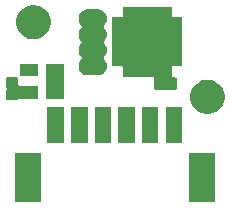
<source format=gbr>
G04 #@! TF.GenerationSoftware,KiCad,Pcbnew,5.0.1-33cea8e~67~ubuntu16.04.1*
G04 #@! TF.CreationDate,2018-10-18T10:52:16-04:00*
G04 #@! TF.ProjectId,IMU Breakout,494D5520427265616B6F75742E6B6963,rev?*
G04 #@! TF.SameCoordinates,Original*
G04 #@! TF.FileFunction,Soldermask,Top*
G04 #@! TF.FilePolarity,Negative*
%FSLAX46Y46*%
G04 Gerber Fmt 4.6, Leading zero omitted, Abs format (unit mm)*
G04 Created by KiCad (PCBNEW 5.0.1-33cea8e~67~ubuntu16.04.1) date Thu 18 Oct 2018 10:52:16 AM EDT*
%MOMM*%
%LPD*%
G01*
G04 APERTURE LIST*
%ADD10C,0.100000*%
G04 APERTURE END LIST*
D10*
G36*
X4050000Y-18470000D02*
X1850000Y-18470000D01*
X1850000Y-14270000D01*
X4050000Y-14270000D01*
X4050000Y-18470000D01*
X4050000Y-18470000D01*
G37*
G36*
X18750000Y-18470000D02*
X16550000Y-18470000D01*
X16550000Y-14270000D01*
X18750000Y-14270000D01*
X18750000Y-18470000D01*
X18750000Y-18470000D01*
G37*
G36*
X8000000Y-13470000D02*
X6600000Y-13470000D01*
X6600000Y-10370000D01*
X8000000Y-10370000D01*
X8000000Y-13470000D01*
X8000000Y-13470000D01*
G37*
G36*
X16000000Y-13470000D02*
X14600000Y-13470000D01*
X14600000Y-10370000D01*
X16000000Y-10370000D01*
X16000000Y-13470000D01*
X16000000Y-13470000D01*
G37*
G36*
X14000000Y-13470000D02*
X12600000Y-13470000D01*
X12600000Y-10370000D01*
X14000000Y-10370000D01*
X14000000Y-13470000D01*
X14000000Y-13470000D01*
G37*
G36*
X12000000Y-13470000D02*
X10600000Y-13470000D01*
X10600000Y-10370000D01*
X12000000Y-10370000D01*
X12000000Y-13470000D01*
X12000000Y-13470000D01*
G37*
G36*
X10000000Y-13470000D02*
X8600000Y-13470000D01*
X8600000Y-10370000D01*
X10000000Y-10370000D01*
X10000000Y-13470000D01*
X10000000Y-13470000D01*
G37*
G36*
X6000000Y-13470000D02*
X4600000Y-13470000D01*
X4600000Y-10370000D01*
X6000000Y-10370000D01*
X6000000Y-13470000D01*
X6000000Y-13470000D01*
G37*
G36*
X18572947Y-8145722D02*
X18836833Y-8255027D01*
X19074324Y-8413713D01*
X19276287Y-8615676D01*
X19434973Y-8853167D01*
X19544278Y-9117053D01*
X19600000Y-9397186D01*
X19600000Y-9682814D01*
X19544278Y-9962947D01*
X19434973Y-10226833D01*
X19276287Y-10464324D01*
X19074324Y-10666287D01*
X18836833Y-10824973D01*
X18572947Y-10934278D01*
X18292814Y-10990000D01*
X18007186Y-10990000D01*
X17727053Y-10934278D01*
X17463167Y-10824973D01*
X17225676Y-10666287D01*
X17023713Y-10464324D01*
X16865027Y-10226833D01*
X16755722Y-9962947D01*
X16700000Y-9682814D01*
X16700000Y-9397186D01*
X16755722Y-9117053D01*
X16865027Y-8853167D01*
X17023713Y-8615676D01*
X17225676Y-8413713D01*
X17463167Y-8255027D01*
X17727053Y-8145722D01*
X18007186Y-8090000D01*
X18292814Y-8090000D01*
X18572947Y-8145722D01*
X18572947Y-8145722D01*
G37*
G36*
X1990974Y-7874148D02*
X2025568Y-7884642D01*
X2057441Y-7901678D01*
X2085387Y-7924613D01*
X2098374Y-7940438D01*
X2108862Y-7950926D01*
X2111724Y-7958924D01*
X2125358Y-7984432D01*
X2135852Y-8019026D01*
X2140000Y-8061141D01*
X2140000Y-8500000D01*
X2142402Y-8524386D01*
X2149515Y-8547835D01*
X2161066Y-8569446D01*
X2176612Y-8588388D01*
X2195554Y-8603934D01*
X2217165Y-8615485D01*
X2240614Y-8622598D01*
X2265000Y-8625000D01*
X3780000Y-8625000D01*
X3780000Y-9675000D01*
X2221964Y-9675000D01*
X2197578Y-9677402D01*
X2174129Y-9684515D01*
X2152518Y-9696066D01*
X2133576Y-9711612D01*
X2118030Y-9730554D01*
X2111724Y-9741076D01*
X2108322Y-9747441D01*
X2085387Y-9775387D01*
X2057441Y-9798322D01*
X2025568Y-9815358D01*
X1990974Y-9825852D01*
X1948859Y-9830000D01*
X1291141Y-9830000D01*
X1249026Y-9825852D01*
X1214432Y-9815358D01*
X1182559Y-9798322D01*
X1154613Y-9775387D01*
X1131678Y-9747441D01*
X1114642Y-9715568D01*
X1104148Y-9680974D01*
X1100000Y-9638859D01*
X1100000Y-9031141D01*
X1104148Y-8989026D01*
X1114642Y-8954432D01*
X1135787Y-8914872D01*
X1139757Y-8908931D01*
X1149136Y-8886292D01*
X1153917Y-8862259D01*
X1153919Y-8837755D01*
X1149140Y-8813721D01*
X1139763Y-8791082D01*
X1135795Y-8785142D01*
X1114642Y-8745568D01*
X1104148Y-8710974D01*
X1100000Y-8668859D01*
X1100000Y-8061141D01*
X1104148Y-8019026D01*
X1114642Y-7984432D01*
X1131678Y-7952559D01*
X1154613Y-7924613D01*
X1182559Y-7901678D01*
X1214432Y-7884642D01*
X1249026Y-7874148D01*
X1291141Y-7870000D01*
X1948859Y-7870000D01*
X1990974Y-7874148D01*
X1990974Y-7874148D01*
G37*
G36*
X5980000Y-9675000D02*
X4520000Y-9675000D01*
X4520000Y-6725000D01*
X5980000Y-6725000D01*
X5980000Y-9675000D01*
X5980000Y-9675000D01*
G37*
G36*
X15125000Y-2660000D02*
X15127402Y-2684386D01*
X15134515Y-2707835D01*
X15146066Y-2729446D01*
X15161612Y-2748388D01*
X15180554Y-2763934D01*
X15202165Y-2775485D01*
X15225614Y-2782598D01*
X15250000Y-2785000D01*
X16000000Y-2785000D01*
X16000000Y-6935000D01*
X15250000Y-6935000D01*
X15225614Y-6937402D01*
X15202165Y-6944515D01*
X15180554Y-6956066D01*
X15161612Y-6971612D01*
X15146066Y-6990554D01*
X15134515Y-7012165D01*
X15127402Y-7035614D01*
X15125000Y-7060000D01*
X15125000Y-7765000D01*
X15127402Y-7789386D01*
X15134515Y-7812835D01*
X15146066Y-7834446D01*
X15161612Y-7853388D01*
X15180554Y-7868934D01*
X15202165Y-7880485D01*
X15225614Y-7887598D01*
X15250000Y-7890000D01*
X15383859Y-7890000D01*
X15425974Y-7894148D01*
X15460568Y-7904642D01*
X15492441Y-7921678D01*
X15520387Y-7944613D01*
X15543322Y-7972559D01*
X15560358Y-8004432D01*
X15570852Y-8039026D01*
X15575000Y-8081141D01*
X15575000Y-8738859D01*
X15570852Y-8780974D01*
X15560358Y-8815568D01*
X15543322Y-8847441D01*
X15520387Y-8875387D01*
X15492441Y-8898322D01*
X15460568Y-8915358D01*
X15425974Y-8925852D01*
X15383859Y-8930000D01*
X14776141Y-8930000D01*
X14734026Y-8925852D01*
X14699432Y-8915358D01*
X14659872Y-8894213D01*
X14653931Y-8890243D01*
X14631292Y-8880864D01*
X14607259Y-8876083D01*
X14582755Y-8876081D01*
X14558721Y-8880860D01*
X14536082Y-8890237D01*
X14530142Y-8894205D01*
X14490568Y-8915358D01*
X14455974Y-8925852D01*
X14413859Y-8930000D01*
X13806141Y-8930000D01*
X13764026Y-8925852D01*
X13729432Y-8915358D01*
X13697559Y-8898322D01*
X13669613Y-8875387D01*
X13646678Y-8847441D01*
X13629642Y-8815568D01*
X13619148Y-8780974D01*
X13615000Y-8738859D01*
X13615000Y-8081141D01*
X13619148Y-8039026D01*
X13629641Y-8004433D01*
X13635259Y-7993923D01*
X13644636Y-7971284D01*
X13649416Y-7947250D01*
X13649416Y-7922746D01*
X13644635Y-7898713D01*
X13635257Y-7876074D01*
X13621643Y-7855699D01*
X13604316Y-7838372D01*
X13583941Y-7824759D01*
X13561302Y-7815382D01*
X13525018Y-7810000D01*
X10975000Y-7810000D01*
X10975000Y-7060000D01*
X10972598Y-7035614D01*
X10965485Y-7012165D01*
X10953934Y-6990554D01*
X10938388Y-6971612D01*
X10919446Y-6956066D01*
X10897835Y-6944515D01*
X10874386Y-6937402D01*
X10850000Y-6935000D01*
X10100000Y-6935000D01*
X10100000Y-2785000D01*
X10850000Y-2785000D01*
X10874386Y-2782598D01*
X10897835Y-2775485D01*
X10919446Y-2763934D01*
X10938388Y-2748388D01*
X10953934Y-2729446D01*
X10965485Y-2707835D01*
X10972598Y-2684386D01*
X10975000Y-2660000D01*
X10975000Y-1910000D01*
X15125000Y-1910000D01*
X15125000Y-2660000D01*
X15125000Y-2660000D01*
G37*
G36*
X3780000Y-7775000D02*
X2320000Y-7775000D01*
X2320000Y-6725000D01*
X3780000Y-6725000D01*
X3780000Y-7775000D01*
X3780000Y-7775000D01*
G37*
G36*
X8957649Y-2117717D02*
X8996827Y-2121576D01*
X9072228Y-2144449D01*
X9147629Y-2167321D01*
X9286608Y-2241608D01*
X9408422Y-2341578D01*
X9508392Y-2463392D01*
X9582679Y-2602371D01*
X9582679Y-2602372D01*
X9628424Y-2753173D01*
X9643870Y-2910000D01*
X9629374Y-3057186D01*
X9628424Y-3066826D01*
X9582679Y-3217629D01*
X9508392Y-3356608D01*
X9408423Y-3478421D01*
X9402389Y-3483373D01*
X9385062Y-3500699D01*
X9371448Y-3521074D01*
X9362070Y-3543713D01*
X9357289Y-3567746D01*
X9357289Y-3592250D01*
X9362069Y-3616284D01*
X9371446Y-3638923D01*
X9385060Y-3659298D01*
X9402389Y-3676627D01*
X9408423Y-3681579D01*
X9508392Y-3803392D01*
X9582679Y-3942371D01*
X9628424Y-4093174D01*
X9643870Y-4250000D01*
X9628424Y-4406826D01*
X9582679Y-4557629D01*
X9508392Y-4696608D01*
X9403381Y-4824565D01*
X9397251Y-4830694D01*
X9383636Y-4851067D01*
X9374257Y-4873706D01*
X9369475Y-4897739D01*
X9369473Y-4922243D01*
X9374252Y-4946277D01*
X9383628Y-4968917D01*
X9397240Y-4989292D01*
X9403372Y-4995424D01*
X9508392Y-5123392D01*
X9582679Y-5262371D01*
X9628424Y-5413174D01*
X9643870Y-5570000D01*
X9628424Y-5726826D01*
X9582679Y-5877629D01*
X9508392Y-6016608D01*
X9408423Y-6138421D01*
X9402389Y-6143373D01*
X9385062Y-6160699D01*
X9371448Y-6181074D01*
X9362070Y-6203713D01*
X9357289Y-6227746D01*
X9357289Y-6252250D01*
X9362069Y-6276284D01*
X9371446Y-6298923D01*
X9385060Y-6319298D01*
X9402389Y-6336627D01*
X9408423Y-6341579D01*
X9508392Y-6463392D01*
X9582679Y-6602371D01*
X9582679Y-6602372D01*
X9615328Y-6710000D01*
X9628424Y-6753174D01*
X9643870Y-6910000D01*
X9628424Y-7066826D01*
X9582679Y-7217629D01*
X9508392Y-7356608D01*
X9408422Y-7478422D01*
X9286608Y-7578392D01*
X9147629Y-7652679D01*
X9074046Y-7675000D01*
X8996827Y-7698424D01*
X8957649Y-7702283D01*
X8879295Y-7710000D01*
X8000705Y-7710000D01*
X7922351Y-7702283D01*
X7883173Y-7698424D01*
X7805954Y-7675000D01*
X7732371Y-7652679D01*
X7593392Y-7578392D01*
X7471578Y-7478422D01*
X7371608Y-7356608D01*
X7297321Y-7217629D01*
X7251576Y-7066826D01*
X7236130Y-6910000D01*
X7251576Y-6753174D01*
X7264673Y-6710000D01*
X7297321Y-6602372D01*
X7297321Y-6602371D01*
X7371608Y-6463392D01*
X7471577Y-6341579D01*
X7477611Y-6336627D01*
X7494938Y-6319301D01*
X7508552Y-6298926D01*
X7517930Y-6276287D01*
X7522711Y-6252254D01*
X7522711Y-6227750D01*
X7517931Y-6203716D01*
X7508554Y-6181077D01*
X7494940Y-6160702D01*
X7477611Y-6143373D01*
X7471577Y-6138421D01*
X7371608Y-6016608D01*
X7297321Y-5877629D01*
X7251576Y-5726826D01*
X7236130Y-5570000D01*
X7251576Y-5413174D01*
X7297321Y-5262371D01*
X7371608Y-5123392D01*
X7476619Y-4995435D01*
X7482749Y-4989306D01*
X7496364Y-4968933D01*
X7505743Y-4946294D01*
X7510525Y-4922261D01*
X7510527Y-4897757D01*
X7505748Y-4873723D01*
X7496372Y-4851083D01*
X7482760Y-4830708D01*
X7476628Y-4824576D01*
X7371608Y-4696608D01*
X7297321Y-4557629D01*
X7251576Y-4406826D01*
X7236130Y-4250000D01*
X7251576Y-4093174D01*
X7297321Y-3942371D01*
X7371608Y-3803392D01*
X7471577Y-3681579D01*
X7477611Y-3676627D01*
X7494938Y-3659301D01*
X7508552Y-3638926D01*
X7517930Y-3616287D01*
X7522711Y-3592254D01*
X7522711Y-3567750D01*
X7517931Y-3543716D01*
X7508554Y-3521077D01*
X7494940Y-3500702D01*
X7477611Y-3483373D01*
X7471577Y-3478421D01*
X7371608Y-3356608D01*
X7297321Y-3217629D01*
X7251576Y-3066826D01*
X7250627Y-3057186D01*
X7236130Y-2910000D01*
X7251576Y-2753173D01*
X7297321Y-2602372D01*
X7297321Y-2602371D01*
X7371608Y-2463392D01*
X7471578Y-2341578D01*
X7593392Y-2241608D01*
X7732371Y-2167321D01*
X7807772Y-2144449D01*
X7883173Y-2121576D01*
X7922351Y-2117717D01*
X8000705Y-2110000D01*
X8879295Y-2110000D01*
X8957649Y-2117717D01*
X8957649Y-2117717D01*
G37*
G36*
X3842947Y-1805722D02*
X4106833Y-1915027D01*
X4344324Y-2073713D01*
X4546287Y-2275676D01*
X4704973Y-2513167D01*
X4814278Y-2777053D01*
X4870000Y-3057186D01*
X4870000Y-3342814D01*
X4814278Y-3622947D01*
X4704973Y-3886833D01*
X4546287Y-4124324D01*
X4344324Y-4326287D01*
X4106833Y-4484973D01*
X3842947Y-4594278D01*
X3562814Y-4650000D01*
X3277186Y-4650000D01*
X2997053Y-4594278D01*
X2733167Y-4484973D01*
X2495676Y-4326287D01*
X2293713Y-4124324D01*
X2135027Y-3886833D01*
X2025722Y-3622947D01*
X1970000Y-3342814D01*
X1970000Y-3057186D01*
X2025722Y-2777053D01*
X2135027Y-2513167D01*
X2293713Y-2275676D01*
X2495676Y-2073713D01*
X2733167Y-1915027D01*
X2997053Y-1805722D01*
X3277186Y-1750000D01*
X3562814Y-1750000D01*
X3842947Y-1805722D01*
X3842947Y-1805722D01*
G37*
M02*

</source>
